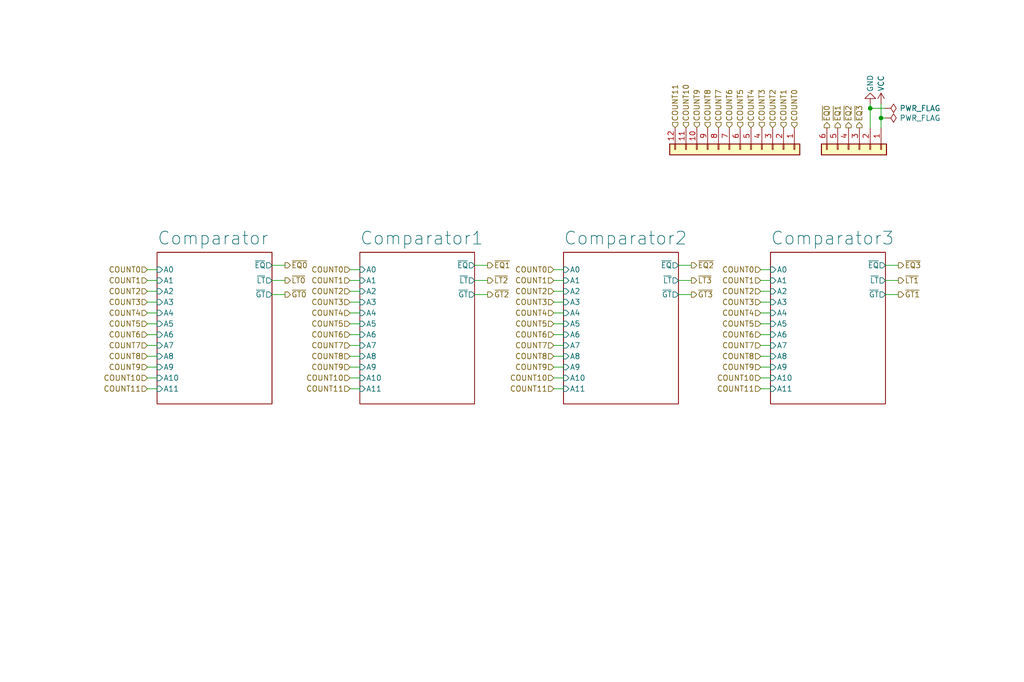
<source format=kicad_sch>
(kicad_sch (version 20211123) (generator eeschema)
  (paper "User" 240.005 159.995)
  (lib_symbols
    (symbol "Connector_Generic:Conn_01x06" (pin_names (offset 1.016) hide)
      (property "Reference" "J" (at 0 7.62 0))
      (property "Value" "Conn_01x06" (at 0 -10.16 0))
      (symbol "Conn_01x06_1_1"
        (rectangle (start -1.27 -7.493) (end 0 -7.747) (stroke (width 0.1524)))
        (rectangle (start -1.27 -4.953) (end 0 -5.207) (stroke (width 0.1524)))
        (rectangle (start -1.27 -2.413) (end 0 -2.667) (stroke (width 0.1524)))
        (rectangle (start -1.27 0.127) (end 0 -0.127) (stroke (width 0.1524)))
        (rectangle (start -1.27 2.667) (end 0 2.413) (stroke (width 0.1524)))
        (rectangle (start -1.27 5.207) (end 0 4.953) (stroke (width 0.1524)))
        (rectangle (start -1.27 6.35) (end 1.27 -8.89) (stroke (width 0.254)) (fill (type background)))
        (pin passive line (at -5.08 5.08 0) (length 3.81) (name "Pin_1") (number "1"))
        (pin passive line (at -5.08 2.54 0) (length 3.81) (name "Pin_2") (number "2"))
        (pin passive line (at -5.08 0 0) (length 3.81) (name "Pin_3") (number "3"))
        (pin passive line (at -5.08 -2.54 0) (length 3.81) (name "Pin_4") (number "4"))
        (pin passive line (at -5.08 -5.08 0) (length 3.81) (name "Pin_5") (number "5"))
        (pin passive line (at -5.08 -7.62 0) (length 3.81) (name "Pin_6") (number "6"))
      )
    )
    (symbol "Connector_Generic:Conn_01x12" (pin_names (offset 1.016) hide)
      (property "Reference" "J" (at 0 15.24 0))
      (property "Value" "Conn_01x12" (at 0 -17.78 0))
      (symbol "Conn_01x12_1_1"
        (rectangle (start -1.27 -15.113) (end 0 -15.367) (stroke (width 0.1524)))
        (rectangle (start -1.27 -12.573) (end 0 -12.827) (stroke (width 0.1524)))
        (rectangle (start -1.27 -10.033) (end 0 -10.287) (stroke (width 0.1524)))
        (rectangle (start -1.27 -7.493) (end 0 -7.747) (stroke (width 0.1524)))
        (rectangle (start -1.27 -4.953) (end 0 -5.207) (stroke (width 0.1524)))
        (rectangle (start -1.27 -2.413) (end 0 -2.667) (stroke (width 0.1524)))
        (rectangle (start -1.27 0.127) (end 0 -0.127) (stroke (width 0.1524)))
        (rectangle (start -1.27 2.667) (end 0 2.413) (stroke (width 0.1524)))
        (rectangle (start -1.27 5.207) (end 0 4.953) (stroke (width 0.1524)))
        (rectangle (start -1.27 7.747) (end 0 7.493) (stroke (width 0.1524)))
        (rectangle (start -1.27 10.287) (end 0 10.033) (stroke (width 0.1524)))
        (rectangle (start -1.27 12.827) (end 0 12.573) (stroke (width 0.1524)))
        (rectangle (start -1.27 13.97) (end 1.27 -16.51) (stroke (width 0.254)) (fill (type background)))
        (pin passive line (at -5.08 12.7 0) (length 3.81) (name "Pin_1") (number "1"))
        (pin passive line (at -5.08 -10.16 0) (length 3.81) (name "Pin_10") (number "10"))
        (pin passive line (at -5.08 -12.7 0) (length 3.81) (name "Pin_11") (number "11"))
        (pin passive line (at -5.08 -15.24 0) (length 3.81) (name "Pin_12") (number "12"))
        (pin passive line (at -5.08 10.16 0) (length 3.81) (name "Pin_2") (number "2"))
        (pin passive line (at -5.08 7.62 0) (length 3.81) (name "Pin_3") (number "3"))
        (pin passive line (at -5.08 5.08 0) (length 3.81) (name "Pin_4") (number "4"))
        (pin passive line (at -5.08 2.54 0) (length 3.81) (name "Pin_5") (number "5"))
        (pin passive line (at -5.08 0 0) (length 3.81) (name "Pin_6") (number "6"))
        (pin passive line (at -5.08 -2.54 0) (length 3.81) (name "Pin_7") (number "7"))
        (pin passive line (at -5.08 -5.08 0) (length 3.81) (name "Pin_8") (number "8"))
        (pin passive line (at -5.08 -7.62 0) (length 3.81) (name "Pin_9") (number "9"))
      )
    )
    (symbol "power:GND" (power) (pin_names (offset 0))
      (property "Value" "GND" (at 0 -3.81 0))
      (symbol "GND_0_1"
        (polyline (pts (xy 0 0) (xy 0 -1.27) (xy 1.27 -1.27) (xy 0 -2.54) (xy -1.27 -1.27) (xy 0 -1.27)))
      )
      (symbol "GND_1_1"
        (pin power_in line (at 0 0 270) (length 0) hide (name "GND") (number "1"))
      )
    )
    (symbol "power:PWR_FLAG" (power) (pin_numbers hide) (pin_names (offset 0) hide)
      (property "Value" "PWR_FLAG" (at 0 3.81 0))
      (symbol "PWR_FLAG_0_0"
        (pin power_out line (at 0 0 90) (length 0) (name "pwr") (number "1"))
      )
      (symbol "PWR_FLAG_0_1"
        (polyline (pts (xy 0 0) (xy 0 1.27) (xy -1.016 1.905) (xy 0 2.54) (xy 1.016 1.905) (xy 0 1.27)))
      )
    )
    (symbol "power:VCC" (power) (pin_names (offset 0))
      (property "Value" "VCC" (at 0 3.81 0))
      (symbol "VCC_0_1"
        (polyline (pts (xy -0.762 1.27) (xy 0 2.54)))
        (polyline (pts (xy 0 0) (xy 0 2.54)))
        (polyline (pts (xy 0 2.54) (xy 0.762 1.27)))
      )
      (symbol "VCC_1_1"
        (pin power_in line (at 0 0 90) (length 0) hide (name "VCC") (number "1"))
      )
    )
  )
  (junction (at 203.962 25.4))
  (junction (at 206.502 27.686))
  (wire (pts (xy 34.544 81.026) (xy 36.83 81.026)))
  (wire (pts (xy 34.544 73.406) (xy 36.83 73.406)))
  (wire (pts (xy 178.308 63.246) (xy 180.594 63.246)))
  (wire (pts (xy 178.308 88.646) (xy 180.594 88.646)))
  (wire (pts (xy 178.308 81.026) (xy 180.594 81.026)))
  (wire (pts (xy 159.004 65.786) (xy 162.052 65.786)))
  (wire (pts (xy 34.544 65.786) (xy 36.83 65.786)))
  (wire (pts (xy 129.794 73.406) (xy 132.08 73.406)))
  (wire (pts (xy 82.042 91.186) (xy 84.328 91.186)))
  (wire (pts (xy 159.004 69.088) (xy 162.052 69.088)))
  (wire (pts (xy 63.754 69.088) (xy 66.802 69.088)))
  (wire (pts (xy 129.794 81.026) (xy 132.08 81.026)))
  (wire (pts (xy 178.308 70.866) (xy 180.594 70.866)))
  (wire (pts (xy 206.502 27.686) (xy 206.502 29.972)))
  (wire (pts (xy 129.794 83.566) (xy 132.08 83.566)))
  (wire (pts (xy 207.518 69.088) (xy 210.566 69.088)))
  (wire (pts (xy 111.252 65.786) (xy 114.3 65.786)))
  (wire (pts (xy 82.042 63.246) (xy 84.328 63.246)))
  (wire (pts (xy 129.794 88.646) (xy 132.08 88.646)))
  (wire (pts (xy 129.794 70.866) (xy 132.08 70.866)))
  (wire (pts (xy 82.042 81.026) (xy 84.328 81.026)))
  (wire (pts (xy 63.754 65.786) (xy 66.802 65.786)))
  (wire (pts (xy 82.042 83.566) (xy 84.328 83.566)))
  (wire (pts (xy 34.544 88.646) (xy 36.83 88.646)))
  (wire (pts (xy 82.042 73.406) (xy 84.328 73.406)))
  (wire (pts (xy 82.042 88.646) (xy 84.328 88.646)))
  (wire (pts (xy 178.308 75.946) (xy 180.594 75.946)))
  (wire (pts (xy 129.794 63.246) (xy 132.08 63.246)))
  (wire (pts (xy 206.502 27.686) (xy 207.518 27.686)))
  (wire (pts (xy 203.962 25.4) (xy 207.518 25.4)))
  (wire (pts (xy 178.308 86.106) (xy 180.594 86.106)))
  (wire (pts (xy 82.042 68.326) (xy 84.328 68.326)))
  (wire (pts (xy 159.004 62.23) (xy 162.052 62.23)))
  (wire (pts (xy 34.544 75.946) (xy 36.83 75.946)))
  (wire (pts (xy 82.042 70.866) (xy 84.328 70.866)))
  (wire (pts (xy 178.308 65.786) (xy 180.594 65.786)))
  (wire (pts (xy 34.544 83.566) (xy 36.83 83.566)))
  (wire (pts (xy 207.518 65.786) (xy 210.566 65.786)))
  (wire (pts (xy 129.794 68.326) (xy 132.08 68.326)))
  (wire (pts (xy 82.042 65.786) (xy 84.328 65.786)))
  (wire (pts (xy 63.754 62.23) (xy 66.802 62.23)))
  (wire (pts (xy 178.308 83.566) (xy 180.594 83.566)))
  (wire (pts (xy 203.962 25.4) (xy 203.962 29.972)))
  (wire (pts (xy 178.308 68.326) (xy 180.594 68.326)))
  (wire (pts (xy 129.794 91.186) (xy 132.08 91.186)))
  (wire (pts (xy 82.042 75.946) (xy 84.328 75.946)))
  (wire (pts (xy 34.544 78.486) (xy 36.83 78.486)))
  (wire (pts (xy 178.308 73.406) (xy 180.594 73.406)))
  (wire (pts (xy 206.502 24.384) (xy 206.502 27.686)))
  (wire (pts (xy 129.794 65.786) (xy 132.08 65.786)))
  (wire (pts (xy 82.042 86.106) (xy 84.328 86.106)))
  (wire (pts (xy 178.308 78.486) (xy 180.594 78.486)))
  (wire (pts (xy 111.252 62.23) (xy 114.3 62.23)))
  (wire (pts (xy 207.518 62.23) (xy 210.566 62.23)))
  (wire (pts (xy 82.042 78.486) (xy 84.328 78.486)))
  (wire (pts (xy 129.794 75.946) (xy 132.08 75.946)))
  (wire (pts (xy 129.794 86.106) (xy 132.08 86.106)))
  (wire (pts (xy 34.544 68.326) (xy 36.83 68.326)))
  (wire (pts (xy 203.962 24.384) (xy 203.962 25.4)))
  (wire (pts (xy 34.544 91.186) (xy 36.83 91.186)))
  (wire (pts (xy 111.252 69.088) (xy 114.3 69.088)))
  (wire (pts (xy 129.794 78.486) (xy 132.08 78.486)))
  (wire (pts (xy 34.544 63.246) (xy 36.83 63.246)))
  (wire (pts (xy 178.308 91.186) (xy 180.594 91.186)))
  (wire (pts (xy 34.544 70.866) (xy 36.83 70.866)))
  (wire (pts (xy 34.544 86.106) (xy 36.83 86.106)))
  (hierarchical_label "COUNT3" (shape input) (at 34.544 70.866 180))
  (hierarchical_label "COUNT1" (shape input) (at 82.042 65.786 180))
  (hierarchical_label "COUNT8" (shape input) (at 165.862 29.972 90))
  (hierarchical_label "COUNT4" (shape input) (at 82.042 73.406 180))
  (hierarchical_label "COUNT10" (shape input) (at 129.794 88.646 180))
  (hierarchical_label "COUNT3" (shape input) (at 178.562 29.972 90))
  (hierarchical_label "COUNT11" (shape input) (at 82.042 91.186 180))
  (hierarchical_label "COUNT2" (shape input) (at 178.308 68.326 180))
  (hierarchical_label "COUNT9" (shape input) (at 163.322 29.972 90))
  (hierarchical_label "COUNT0" (shape input) (at 186.182 29.972 90))
  (hierarchical_label "COUNT1" (shape input) (at 178.308 65.786 180))
  (hierarchical_label "COUNT5" (shape input) (at 129.794 75.946 180))
  (hierarchical_label "COUNT3" (shape input) (at 82.042 70.866 180))
  (hierarchical_label "COUNT4" (shape input) (at 178.308 73.406 180))
  (hierarchical_label "COUNT7" (shape input) (at 34.544 81.026 180))
  (hierarchical_label "COUNT10" (shape input) (at 178.308 88.646 180))
  (hierarchical_label "COUNT4" (shape input) (at 176.022 29.972 90))
  (hierarchical_label "COUNT8" (shape input) (at 82.042 83.566 180))
  (hierarchical_label "COUNT7" (shape input) (at 129.794 81.026 180))
  (hierarchical_label "COUNT2" (shape input) (at 129.794 68.326 180))
  (hierarchical_label "COUNT5" (shape input) (at 178.308 75.946 180))
  (hierarchical_label "~{EQ3}" (shape output) (at 201.422 29.972 90))
  (hierarchical_label "COUNT2" (shape input) (at 34.544 68.326 180))
  (hierarchical_label "~{EQ2}" (shape output) (at 162.052 62.23 0))
  (hierarchical_label "COUNT10" (shape input) (at 82.042 88.646 180))
  (hierarchical_label "COUNT6" (shape input) (at 34.544 78.486 180))
  (hierarchical_label "~{EQ2}" (shape output) (at 198.882 29.972 90))
  (hierarchical_label "~{EQ0}" (shape output) (at 193.802 29.972 90))
  (hierarchical_label "~{GT2}" (shape output) (at 114.3 69.088 0))
  (hierarchical_label "COUNT2" (shape input) (at 82.042 68.326 180))
  (hierarchical_label "~{GT3}" (shape output) (at 162.052 69.088 0))
  (hierarchical_label "~{EQ1}" (shape output) (at 114.3 62.23 0))
  (hierarchical_label "COUNT8" (shape input) (at 34.544 83.566 180))
  (hierarchical_label "~{LT1}" (shape output) (at 210.566 65.786 0))
  (hierarchical_label "COUNT5" (shape input) (at 82.042 75.946 180))
  (hierarchical_label "COUNT10" (shape input) (at 160.782 29.972 90))
  (hierarchical_label "COUNT11" (shape input) (at 34.544 91.186 180))
  (hierarchical_label "COUNT10" (shape input) (at 34.544 88.646 180))
  (hierarchical_label "~{EQ1}" (shape output) (at 196.342 29.972 90))
  (hierarchical_label "~{LT0}" (shape output) (at 66.802 65.786 0))
  (hierarchical_label "COUNT4" (shape input) (at 34.544 73.406 180))
  (hierarchical_label "COUNT5" (shape input) (at 34.544 75.946 180))
  (hierarchical_label "COUNT9" (shape input) (at 82.042 86.106 180))
  (hierarchical_label "~{LT2}" (shape output) (at 114.3 65.786 0))
  (hierarchical_label "COUNT5" (shape input) (at 173.482 29.972 90))
  (hierarchical_label "COUNT6" (shape input) (at 178.308 78.486 180))
  (hierarchical_label "COUNT9" (shape input) (at 34.544 86.106 180))
  (hierarchical_label "COUNT9" (shape input) (at 178.308 86.106 180))
  (hierarchical_label "COUNT4" (shape input) (at 129.794 73.406 180))
  (hierarchical_label "~{GT0}" (shape output) (at 66.802 69.088 0))
  (hierarchical_label "COUNT11" (shape input) (at 158.242 29.972 90))
  (hierarchical_label "COUNT6" (shape input) (at 170.942 29.972 90))
  (hierarchical_label "COUNT0" (shape input) (at 82.042 63.246 180))
  (hierarchical_label "COUNT6" (shape input) (at 82.042 78.486 180))
  (hierarchical_label "COUNT11" (shape input) (at 129.794 91.186 180))
  (hierarchical_label "COUNT8" (shape input) (at 178.308 83.566 180))
  (hierarchical_label "COUNT1" (shape input) (at 183.642 29.972 90))
  (hierarchical_label "COUNT7" (shape input) (at 82.042 81.026 180))
  (hierarchical_label "COUNT7" (shape input) (at 168.402 29.972 90))
  (hierarchical_label "COUNT7" (shape input) (at 178.308 81.026 180))
  (hierarchical_label "COUNT3" (shape input) (at 129.794 70.866 180))
  (hierarchical_label "~{GT1}" (shape output) (at 210.566 69.088 0))
  (hierarchical_label "~{EQ3}" (shape output) (at 210.566 62.23 0))
  (hierarchical_label "COUNT1" (shape input) (at 129.794 65.786 180))
  (hierarchical_label "COUNT3" (shape input) (at 178.308 70.866 180))
  (hierarchical_label "COUNT1" (shape input) (at 34.544 65.786 180))
  (hierarchical_label "COUNT0" (shape input) (at 178.308 63.246 180))
  (hierarchical_label "COUNT0" (shape input) (at 129.794 63.246 180))
  (hierarchical_label "COUNT2" (shape input) (at 181.102 29.972 90))
  (hierarchical_label "COUNT8" (shape input) (at 129.794 83.566 180))
  (hierarchical_label "~{EQ0}" (shape output) (at 66.802 62.23 0))
  (hierarchical_label "COUNT11" (shape input) (at 178.308 91.186 180))
  (hierarchical_label "COUNT9" (shape input) (at 129.794 86.106 180))
  (hierarchical_label "~{LT3}" (shape output) (at 162.052 65.786 0))
  (hierarchical_label "COUNT6" (shape input) (at 129.794 78.486 180))
  (hierarchical_label "COUNT0" (shape input) (at 34.544 63.246 180))
  (symbol (lib_id "power:VCC") (at 206.502 24.384 0)
    (property "Reference" "#PWR0157" (effects hide))
    (property "Value" "VCC" (at 206.502 19.558 90))
  )
  (symbol (lib_id "power:PWR_FLAG") (at 207.518 25.4 270)
    (property "Reference" "#FLG019" (effects hide))
    (property "Value" "PWR_FLAG" (at 210.82 25.3999 90) (effects (justify left)))
  )
  (symbol (lib_id "power:GND") (at 203.962 24.384 180)
    (property "Reference" "#PWR0156" (effects hide))
    (property "Value" "GND" (at 203.962 19.558 90))
  )
  (symbol (lib_id "power:PWR_FLAG") (at 207.518 27.686 270)
    (property "Reference" "#FLG020" (effects hide))
    (property "Value" "PWR_FLAG" (at 210.82 27.6859 90) (effects (justify left)))
  )
  (symbol (lib_id "Connector_Generic:Conn_01x12") (at 173.482 35.052 270)
    (property "Reference" "J21" (effects hide))
    (property "Value" "Conn_01x12" (effects hide))
    (property "Footprint" "Connector_PinHeader_2.54mm:PinHeader_1x12_P2.54mm_Vertical" (effects hide))
  )
  (symbol (lib_id "Connector_Generic:Conn_01x06") (at 201.422 35.052 270)
    (property "Reference" "J22" (effects hide))
    (property "Value" "Conn_01x06" (effects hide))
    (property "Footprint" "Connector_PinHeader_2.54mm:PinHeader_1x06_P2.54mm_Vertical" (effects hide))
  )
  (sheet (at 132.08 59.182) (size 26.924 35.56) (stroke (width 0.1524))
    (property "Sheet name" "Comparator2" (at 132.08 57.6054 0) (effects (font (size 3 3)) (justify left bottom)))
    (property "Sheet file" "Comparator.kicad_sch" (effects hide))
    (pin "A6" input (at 132.08 78.486 180))
    (pin "A7" input (at 132.08 81.026 180))
    (pin "A4" input (at 132.08 73.406 180))
    (pin "A5" input (at 132.08 75.946 180))
    (pin "A3" input (at 132.08 70.866 180))
    (pin "A0" input (at 132.08 63.246 180))
    (pin "A1" input (at 132.08 65.786 180))
    (pin "A2" input (at 132.08 68.326 180))
    (pin "A10" input (at 132.08 88.646 180))
    (pin "A11" input (at 132.08 91.186 180))
    (pin "A8" input (at 132.08 83.566 180))
    (pin "A9" input (at 132.08 86.106 180))
    (pin "~{EQ}" output (at 159.004 62.23 0))
    (pin "~{LT}" output (at 159.004 65.786 0))
    (pin "~{GT}" output (at 159.004 69.088 0))
  )
  (sheet (at 180.594 59.182) (size 26.924 35.56) (stroke (width 0.1524))
    (property "Sheet name" "Comparator3" (at 180.594 57.6054 0) (effects (font (size 3 3)) (justify left bottom)))
    (property "Sheet file" "Comparator.kicad_sch" (effects hide))
    (pin "A6" input (at 180.594 78.486 180))
    (pin "A7" input (at 180.594 81.026 180))
    (pin "A4" input (at 180.594 73.406 180))
    (pin "A5" input (at 180.594 75.946 180))
    (pin "A3" input (at 180.594 70.866 180))
    (pin "A0" input (at 180.594 63.246 180))
    (pin "A1" input (at 180.594 65.786 180))
    (pin "A2" input (at 180.594 68.326 180))
    (pin "A10" input (at 180.594 88.646 180))
    (pin "A11" input (at 180.594 91.186 180))
    (pin "A8" input (at 180.594 83.566 180))
    (pin "A9" input (at 180.594 86.106 180))
    (pin "~{EQ}" output (at 207.518 62.23 0))
    (pin "~{LT}" output (at 207.518 65.786 0))
    (pin "~{GT}" output (at 207.518 69.088 0))
  )
  (sheet (at 36.83 59.182) (size 26.924 35.56) (stroke (width 0.1524))
    (property "Sheet name" "Comparator" (at 36.83 57.6054 0) (effects (font (size 3 3)) (justify left bottom)))
    (property "Sheet file" "Comparator.kicad_sch" (effects hide))
    (pin "A6" input (at 36.83 78.486 180))
    (pin "A7" input (at 36.83 81.026 180))
    (pin "A4" input (at 36.83 73.406 180))
    (pin "A5" input (at 36.83 75.946 180))
    (pin "A3" input (at 36.83 70.866 180))
    (pin "A0" input (at 36.83 63.246 180))
    (pin "A1" input (at 36.83 65.786 180))
    (pin "A2" input (at 36.83 68.326 180))
    (pin "A10" input (at 36.83 88.646 180))
    (pin "A11" input (at 36.83 91.186 180))
    (pin "A8" input (at 36.83 83.566 180))
    (pin "A9" input (at 36.83 86.106 180))
    (pin "~{EQ}" output (at 63.754 62.23 0))
    (pin "~{LT}" output (at 63.754 65.786 0))
    (pin "~{GT}" output (at 63.754 69.088 0))
  )
  (sheet (at 84.328 59.182) (size 26.924 35.56) (stroke (width 0.1524))
    (property "Sheet name" "Comparator1" (at 84.328 57.6054 0) (effects (font (size 3 3)) (justify left bottom)))
    (property "Sheet file" "Comparator.kicad_sch" (effects hide))
    (pin "A6" input (at 84.328 78.486 180))
    (pin "A7" input (at 84.328 81.026 180))
    (pin "A4" input (at 84.328 73.406 180))
    (pin "A5" input (at 84.328 75.946 180))
    (pin "A3" input (at 84.328 70.866 180))
    (pin "A0" input (at 84.328 63.246 180))
    (pin "A1" input (at 84.328 65.786 180))
    (pin "A2" input (at 84.328 68.326 180))
    (pin "A10" input (at 84.328 88.646 180))
    (pin "A11" input (at 84.328 91.186 180))
    (pin "A8" input (at 84.328 83.566 180))
    (pin "A9" input (at 84.328 86.106 180))
    (pin "~{EQ}" output (at 111.252 62.23 0))
    (pin "~{LT}" output (at 111.252 65.786 0))
    (pin "~{GT}" output (at 111.252 69.088 0))
  )
)
</source>
